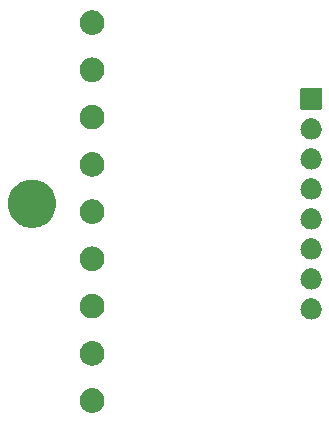
<source format=gbr>
G04 #@! TF.GenerationSoftware,KiCad,Pcbnew,8.0.2*
G04 #@! TF.CreationDate,2024-05-26T13:34:17+02:00*
G04 #@! TF.ProjectId,Playstation 2 breakout,506c6179-7374-4617-9469-6f6e20322062,rev?*
G04 #@! TF.SameCoordinates,Original*
G04 #@! TF.FileFunction,Soldermask,Top*
G04 #@! TF.FilePolarity,Negative*
%FSLAX46Y46*%
G04 Gerber Fmt 4.6, Leading zero omitted, Abs format (unit mm)*
G04 Created by KiCad (PCBNEW 8.0.2) date 2024-05-26 13:34:17*
%MOMM*%
%LPD*%
G01*
G04 APERTURE LIST*
G04 APERTURE END LIST*
G36*
X156512938Y-97083642D02*
G01*
X156558923Y-97083642D01*
X156610139Y-97093215D01*
X156667040Y-97098820D01*
X156710261Y-97111931D01*
X156749474Y-97119261D01*
X156803785Y-97140301D01*
X156864200Y-97158628D01*
X156898720Y-97177079D01*
X156930232Y-97189287D01*
X156984977Y-97223184D01*
X157045904Y-97255750D01*
X157071506Y-97276761D01*
X157095048Y-97291338D01*
X157147212Y-97338892D01*
X157205169Y-97386456D01*
X157222342Y-97407382D01*
X157238301Y-97421930D01*
X157284629Y-97483278D01*
X157335875Y-97545721D01*
X157345783Y-97564259D01*
X157355122Y-97576625D01*
X157392274Y-97651238D01*
X157432997Y-97727425D01*
X157437340Y-97741742D01*
X157441528Y-97750153D01*
X157466267Y-97837101D01*
X157492805Y-97924585D01*
X157493676Y-97933436D01*
X157494577Y-97936600D01*
X157503938Y-98037627D01*
X157513000Y-98129625D01*
X157503938Y-98221630D01*
X157494577Y-98322649D01*
X157493676Y-98325812D01*
X157492805Y-98334665D01*
X157466262Y-98422163D01*
X157441528Y-98509096D01*
X157437341Y-98517504D01*
X157432997Y-98531825D01*
X157392267Y-98608024D01*
X157355122Y-98682624D01*
X157345785Y-98694987D01*
X157335875Y-98713529D01*
X157284620Y-98775982D01*
X157238301Y-98837319D01*
X157222345Y-98851863D01*
X157205169Y-98872794D01*
X157147201Y-98920366D01*
X157095048Y-98967911D01*
X157071511Y-98982484D01*
X157045904Y-99003500D01*
X156984965Y-99036072D01*
X156930232Y-99069962D01*
X156898726Y-99082167D01*
X156864200Y-99100622D01*
X156803773Y-99118952D01*
X156749474Y-99139988D01*
X156710268Y-99147316D01*
X156667040Y-99160430D01*
X156610136Y-99166034D01*
X156558923Y-99175608D01*
X156512938Y-99175608D01*
X156462000Y-99180625D01*
X156411062Y-99175608D01*
X156365077Y-99175608D01*
X156313863Y-99166034D01*
X156256960Y-99160430D01*
X156213732Y-99147317D01*
X156174525Y-99139988D01*
X156120221Y-99118950D01*
X156059800Y-99100622D01*
X156025275Y-99082168D01*
X155993767Y-99069962D01*
X155939027Y-99036068D01*
X155878096Y-99003500D01*
X155852491Y-98982486D01*
X155828951Y-98967911D01*
X155776788Y-98920358D01*
X155718831Y-98872794D01*
X155701656Y-98851867D01*
X155685698Y-98837319D01*
X155639367Y-98775967D01*
X155588125Y-98713529D01*
X155578216Y-98694991D01*
X155568877Y-98682624D01*
X155531717Y-98607997D01*
X155491003Y-98531825D01*
X155486660Y-98517509D01*
X155482471Y-98509096D01*
X155457721Y-98422110D01*
X155431195Y-98334665D01*
X155430323Y-98325817D01*
X155429422Y-98322649D01*
X155420044Y-98221458D01*
X155411000Y-98129625D01*
X155420044Y-98037798D01*
X155429422Y-97936600D01*
X155430323Y-97933430D01*
X155431195Y-97924585D01*
X155457716Y-97837154D01*
X155482471Y-97750153D01*
X155486661Y-97741737D01*
X155491003Y-97727425D01*
X155531710Y-97651266D01*
X155568877Y-97576625D01*
X155578218Y-97564254D01*
X155588125Y-97545721D01*
X155639357Y-97483293D01*
X155685698Y-97421930D01*
X155701660Y-97407378D01*
X155718831Y-97386456D01*
X155776777Y-97338900D01*
X155828951Y-97291338D01*
X155852496Y-97276759D01*
X155878096Y-97255750D01*
X155939015Y-97223188D01*
X155993767Y-97189287D01*
X156025282Y-97177077D01*
X156059800Y-97158628D01*
X156120209Y-97140302D01*
X156174525Y-97119261D01*
X156213739Y-97111930D01*
X156256960Y-97098820D01*
X156313860Y-97093215D01*
X156365077Y-97083642D01*
X156411062Y-97083642D01*
X156462000Y-97078625D01*
X156512938Y-97083642D01*
G37*
G36*
X156512938Y-93083642D02*
G01*
X156558923Y-93083642D01*
X156610139Y-93093215D01*
X156667040Y-93098820D01*
X156710261Y-93111931D01*
X156749474Y-93119261D01*
X156803785Y-93140301D01*
X156864200Y-93158628D01*
X156898720Y-93177079D01*
X156930232Y-93189287D01*
X156984977Y-93223184D01*
X157045904Y-93255750D01*
X157071506Y-93276761D01*
X157095048Y-93291338D01*
X157147212Y-93338892D01*
X157205169Y-93386456D01*
X157222342Y-93407382D01*
X157238301Y-93421930D01*
X157284629Y-93483278D01*
X157335875Y-93545721D01*
X157345783Y-93564259D01*
X157355122Y-93576625D01*
X157392274Y-93651238D01*
X157432997Y-93727425D01*
X157437340Y-93741742D01*
X157441528Y-93750153D01*
X157466267Y-93837101D01*
X157492805Y-93924585D01*
X157493676Y-93933436D01*
X157494577Y-93936600D01*
X157503938Y-94037627D01*
X157513000Y-94129625D01*
X157503938Y-94221630D01*
X157494577Y-94322649D01*
X157493676Y-94325812D01*
X157492805Y-94334665D01*
X157466262Y-94422163D01*
X157441528Y-94509096D01*
X157437341Y-94517504D01*
X157432997Y-94531825D01*
X157392267Y-94608024D01*
X157355122Y-94682624D01*
X157345785Y-94694987D01*
X157335875Y-94713529D01*
X157284620Y-94775982D01*
X157238301Y-94837319D01*
X157222345Y-94851863D01*
X157205169Y-94872794D01*
X157147201Y-94920366D01*
X157095048Y-94967911D01*
X157071511Y-94982484D01*
X157045904Y-95003500D01*
X156984965Y-95036072D01*
X156930232Y-95069962D01*
X156898726Y-95082167D01*
X156864200Y-95100622D01*
X156803773Y-95118952D01*
X156749474Y-95139988D01*
X156710268Y-95147316D01*
X156667040Y-95160430D01*
X156610136Y-95166034D01*
X156558923Y-95175608D01*
X156512938Y-95175608D01*
X156462000Y-95180625D01*
X156411062Y-95175608D01*
X156365077Y-95175608D01*
X156313863Y-95166034D01*
X156256960Y-95160430D01*
X156213732Y-95147317D01*
X156174525Y-95139988D01*
X156120221Y-95118950D01*
X156059800Y-95100622D01*
X156025275Y-95082168D01*
X155993767Y-95069962D01*
X155939027Y-95036068D01*
X155878096Y-95003500D01*
X155852491Y-94982486D01*
X155828951Y-94967911D01*
X155776788Y-94920358D01*
X155718831Y-94872794D01*
X155701656Y-94851867D01*
X155685698Y-94837319D01*
X155639367Y-94775967D01*
X155588125Y-94713529D01*
X155578216Y-94694991D01*
X155568877Y-94682624D01*
X155531717Y-94607997D01*
X155491003Y-94531825D01*
X155486660Y-94517509D01*
X155482471Y-94509096D01*
X155457721Y-94422110D01*
X155431195Y-94334665D01*
X155430323Y-94325817D01*
X155429422Y-94322649D01*
X155420044Y-94221458D01*
X155411000Y-94129625D01*
X155420044Y-94037798D01*
X155429422Y-93936600D01*
X155430323Y-93933430D01*
X155431195Y-93924585D01*
X155457716Y-93837154D01*
X155482471Y-93750153D01*
X155486661Y-93741737D01*
X155491003Y-93727425D01*
X155531710Y-93651266D01*
X155568877Y-93576625D01*
X155578218Y-93564254D01*
X155588125Y-93545721D01*
X155639357Y-93483293D01*
X155685698Y-93421930D01*
X155701660Y-93407378D01*
X155718831Y-93386456D01*
X155776777Y-93338900D01*
X155828951Y-93291338D01*
X155852496Y-93276759D01*
X155878096Y-93255750D01*
X155939015Y-93223188D01*
X155993767Y-93189287D01*
X156025282Y-93177077D01*
X156059800Y-93158628D01*
X156120209Y-93140302D01*
X156174525Y-93119261D01*
X156213739Y-93111930D01*
X156256960Y-93098820D01*
X156313860Y-93093215D01*
X156365077Y-93083642D01*
X156411062Y-93083642D01*
X156462000Y-93078625D01*
X156512938Y-93083642D01*
G37*
G36*
X175047983Y-89476936D02*
G01*
X175098180Y-89476936D01*
X175141524Y-89486149D01*
X175179659Y-89489905D01*
X175227566Y-89504437D01*
X175282424Y-89516098D01*
X175317530Y-89531728D01*
X175348566Y-89541143D01*
X175397884Y-89567504D01*
X175454500Y-89592711D01*
X175480822Y-89611835D01*
X175504232Y-89624348D01*
X175551988Y-89663540D01*
X175606887Y-89703427D01*
X175624711Y-89723223D01*
X175640675Y-89736324D01*
X175683572Y-89788594D01*
X175732924Y-89843405D01*
X175743292Y-89861363D01*
X175752651Y-89872767D01*
X175787273Y-89937542D01*
X175827104Y-90006530D01*
X175831685Y-90020630D01*
X175835856Y-90028433D01*
X175858852Y-90104242D01*
X175885311Y-90185672D01*
X175886242Y-90194532D01*
X175887094Y-90197340D01*
X175895384Y-90281513D01*
X175905000Y-90373000D01*
X175895383Y-90464494D01*
X175887094Y-90548659D01*
X175886242Y-90551466D01*
X175885311Y-90560328D01*
X175858848Y-90641771D01*
X175835856Y-90717566D01*
X175831686Y-90725366D01*
X175827104Y-90739470D01*
X175787266Y-90808470D01*
X175752651Y-90873232D01*
X175743294Y-90884633D01*
X175732924Y-90902595D01*
X175683563Y-90957415D01*
X175640675Y-91009675D01*
X175624714Y-91022773D01*
X175606887Y-91042573D01*
X175551977Y-91082467D01*
X175504232Y-91121651D01*
X175480827Y-91134161D01*
X175454500Y-91153289D01*
X175397873Y-91178500D01*
X175348566Y-91204856D01*
X175317537Y-91214268D01*
X175282424Y-91229902D01*
X175227555Y-91241564D01*
X175179659Y-91256094D01*
X175141532Y-91259849D01*
X175098180Y-91269064D01*
X175047973Y-91269064D01*
X175004000Y-91273395D01*
X174960027Y-91269064D01*
X174909820Y-91269064D01*
X174866467Y-91259849D01*
X174828340Y-91256094D01*
X174780441Y-91241563D01*
X174725576Y-91229902D01*
X174690464Y-91214269D01*
X174659433Y-91204856D01*
X174610120Y-91178498D01*
X174553500Y-91153289D01*
X174527175Y-91134163D01*
X174503767Y-91121651D01*
X174456013Y-91082460D01*
X174401113Y-91042573D01*
X174383287Y-91022776D01*
X174367324Y-91009675D01*
X174324425Y-90957402D01*
X174275076Y-90902595D01*
X174264708Y-90884637D01*
X174255348Y-90873232D01*
X174220719Y-90808447D01*
X174180896Y-90739470D01*
X174176315Y-90725371D01*
X174172143Y-90717566D01*
X174149136Y-90641725D01*
X174122689Y-90560328D01*
X174121758Y-90551471D01*
X174120905Y-90548659D01*
X174112600Y-90464342D01*
X174103000Y-90373000D01*
X174112599Y-90281664D01*
X174120905Y-90197340D01*
X174121758Y-90194527D01*
X174122689Y-90185672D01*
X174149132Y-90104288D01*
X174172143Y-90028433D01*
X174176315Y-90020626D01*
X174180896Y-90006530D01*
X174220712Y-89937565D01*
X174255348Y-89872767D01*
X174264710Y-89861359D01*
X174275076Y-89843405D01*
X174324416Y-89788607D01*
X174367324Y-89736324D01*
X174383291Y-89723219D01*
X174401113Y-89703427D01*
X174456002Y-89663546D01*
X174503767Y-89624348D01*
X174527180Y-89611833D01*
X174553500Y-89592711D01*
X174610109Y-89567506D01*
X174659433Y-89541143D01*
X174690471Y-89531727D01*
X174725576Y-89516098D01*
X174780430Y-89504438D01*
X174828340Y-89489905D01*
X174866476Y-89486148D01*
X174909820Y-89476936D01*
X174960016Y-89476936D01*
X175004000Y-89472604D01*
X175047983Y-89476936D01*
G37*
G36*
X156512938Y-89083642D02*
G01*
X156558923Y-89083642D01*
X156610139Y-89093215D01*
X156667040Y-89098820D01*
X156710261Y-89111931D01*
X156749474Y-89119261D01*
X156803785Y-89140301D01*
X156864200Y-89158628D01*
X156898720Y-89177079D01*
X156930232Y-89189287D01*
X156984977Y-89223184D01*
X157045904Y-89255750D01*
X157071506Y-89276761D01*
X157095048Y-89291338D01*
X157147212Y-89338892D01*
X157205169Y-89386456D01*
X157222342Y-89407382D01*
X157238301Y-89421930D01*
X157284629Y-89483278D01*
X157335875Y-89545721D01*
X157345783Y-89564259D01*
X157355122Y-89576625D01*
X157392274Y-89651238D01*
X157432997Y-89727425D01*
X157437340Y-89741742D01*
X157441528Y-89750153D01*
X157466267Y-89837101D01*
X157492805Y-89924585D01*
X157493676Y-89933436D01*
X157494577Y-89936600D01*
X157503938Y-90037627D01*
X157513000Y-90129625D01*
X157503938Y-90221630D01*
X157494577Y-90322649D01*
X157493676Y-90325812D01*
X157492805Y-90334665D01*
X157466262Y-90422163D01*
X157441528Y-90509096D01*
X157437341Y-90517504D01*
X157432997Y-90531825D01*
X157392267Y-90608024D01*
X157355122Y-90682624D01*
X157345785Y-90694987D01*
X157335875Y-90713529D01*
X157284620Y-90775982D01*
X157238301Y-90837319D01*
X157222345Y-90851863D01*
X157205169Y-90872794D01*
X157147201Y-90920366D01*
X157095048Y-90967911D01*
X157071511Y-90982484D01*
X157045904Y-91003500D01*
X156984965Y-91036072D01*
X156930232Y-91069962D01*
X156898726Y-91082167D01*
X156864200Y-91100622D01*
X156803773Y-91118952D01*
X156749474Y-91139988D01*
X156710268Y-91147316D01*
X156667040Y-91160430D01*
X156610136Y-91166034D01*
X156558923Y-91175608D01*
X156512938Y-91175608D01*
X156462000Y-91180625D01*
X156411062Y-91175608D01*
X156365077Y-91175608D01*
X156313863Y-91166034D01*
X156256960Y-91160430D01*
X156213732Y-91147317D01*
X156174525Y-91139988D01*
X156120221Y-91118950D01*
X156059800Y-91100622D01*
X156025275Y-91082168D01*
X155993767Y-91069962D01*
X155939027Y-91036068D01*
X155878096Y-91003500D01*
X155852491Y-90982486D01*
X155828951Y-90967911D01*
X155776788Y-90920358D01*
X155718831Y-90872794D01*
X155701656Y-90851867D01*
X155685698Y-90837319D01*
X155639367Y-90775967D01*
X155588125Y-90713529D01*
X155578216Y-90694991D01*
X155568877Y-90682624D01*
X155531717Y-90607997D01*
X155491003Y-90531825D01*
X155486660Y-90517509D01*
X155482471Y-90509096D01*
X155457721Y-90422110D01*
X155431195Y-90334665D01*
X155430323Y-90325817D01*
X155429422Y-90322649D01*
X155420044Y-90221458D01*
X155411000Y-90129625D01*
X155420044Y-90037798D01*
X155429422Y-89936600D01*
X155430323Y-89933430D01*
X155431195Y-89924585D01*
X155457716Y-89837154D01*
X155482471Y-89750153D01*
X155486661Y-89741737D01*
X155491003Y-89727425D01*
X155531710Y-89651266D01*
X155568877Y-89576625D01*
X155578218Y-89564254D01*
X155588125Y-89545721D01*
X155639357Y-89483293D01*
X155685698Y-89421930D01*
X155701660Y-89407378D01*
X155718831Y-89386456D01*
X155776777Y-89338900D01*
X155828951Y-89291338D01*
X155852496Y-89276759D01*
X155878096Y-89255750D01*
X155939015Y-89223188D01*
X155993767Y-89189287D01*
X156025282Y-89177077D01*
X156059800Y-89158628D01*
X156120209Y-89140302D01*
X156174525Y-89119261D01*
X156213739Y-89111930D01*
X156256960Y-89098820D01*
X156313860Y-89093215D01*
X156365077Y-89083642D01*
X156411062Y-89083642D01*
X156462000Y-89078625D01*
X156512938Y-89083642D01*
G37*
G36*
X175047983Y-86936936D02*
G01*
X175098180Y-86936936D01*
X175141524Y-86946149D01*
X175179659Y-86949905D01*
X175227566Y-86964437D01*
X175282424Y-86976098D01*
X175317530Y-86991728D01*
X175348566Y-87001143D01*
X175397884Y-87027504D01*
X175454500Y-87052711D01*
X175480822Y-87071835D01*
X175504232Y-87084348D01*
X175551988Y-87123540D01*
X175606887Y-87163427D01*
X175624711Y-87183223D01*
X175640675Y-87196324D01*
X175683572Y-87248594D01*
X175732924Y-87303405D01*
X175743292Y-87321363D01*
X175752651Y-87332767D01*
X175787273Y-87397542D01*
X175827104Y-87466530D01*
X175831685Y-87480630D01*
X175835856Y-87488433D01*
X175858852Y-87564242D01*
X175885311Y-87645672D01*
X175886242Y-87654532D01*
X175887094Y-87657340D01*
X175895384Y-87741513D01*
X175905000Y-87833000D01*
X175895383Y-87924494D01*
X175887094Y-88008659D01*
X175886242Y-88011466D01*
X175885311Y-88020328D01*
X175858848Y-88101771D01*
X175835856Y-88177566D01*
X175831686Y-88185366D01*
X175827104Y-88199470D01*
X175787266Y-88268470D01*
X175752651Y-88333232D01*
X175743294Y-88344633D01*
X175732924Y-88362595D01*
X175683563Y-88417415D01*
X175640675Y-88469675D01*
X175624714Y-88482773D01*
X175606887Y-88502573D01*
X175551977Y-88542467D01*
X175504232Y-88581651D01*
X175480827Y-88594161D01*
X175454500Y-88613289D01*
X175397873Y-88638500D01*
X175348566Y-88664856D01*
X175317537Y-88674268D01*
X175282424Y-88689902D01*
X175227555Y-88701564D01*
X175179659Y-88716094D01*
X175141532Y-88719849D01*
X175098180Y-88729064D01*
X175047973Y-88729064D01*
X175004000Y-88733395D01*
X174960027Y-88729064D01*
X174909820Y-88729064D01*
X174866467Y-88719849D01*
X174828340Y-88716094D01*
X174780441Y-88701563D01*
X174725576Y-88689902D01*
X174690464Y-88674269D01*
X174659433Y-88664856D01*
X174610120Y-88638498D01*
X174553500Y-88613289D01*
X174527175Y-88594163D01*
X174503767Y-88581651D01*
X174456013Y-88542460D01*
X174401113Y-88502573D01*
X174383287Y-88482776D01*
X174367324Y-88469675D01*
X174324425Y-88417402D01*
X174275076Y-88362595D01*
X174264708Y-88344637D01*
X174255348Y-88333232D01*
X174220719Y-88268447D01*
X174180896Y-88199470D01*
X174176315Y-88185371D01*
X174172143Y-88177566D01*
X174149136Y-88101725D01*
X174122689Y-88020328D01*
X174121758Y-88011471D01*
X174120905Y-88008659D01*
X174112600Y-87924342D01*
X174103000Y-87833000D01*
X174112599Y-87741664D01*
X174120905Y-87657340D01*
X174121758Y-87654527D01*
X174122689Y-87645672D01*
X174149132Y-87564288D01*
X174172143Y-87488433D01*
X174176315Y-87480626D01*
X174180896Y-87466530D01*
X174220712Y-87397565D01*
X174255348Y-87332767D01*
X174264710Y-87321359D01*
X174275076Y-87303405D01*
X174324416Y-87248607D01*
X174367324Y-87196324D01*
X174383291Y-87183219D01*
X174401113Y-87163427D01*
X174456002Y-87123546D01*
X174503767Y-87084348D01*
X174527180Y-87071833D01*
X174553500Y-87052711D01*
X174610109Y-87027506D01*
X174659433Y-87001143D01*
X174690471Y-86991727D01*
X174725576Y-86976098D01*
X174780430Y-86964438D01*
X174828340Y-86949905D01*
X174866476Y-86946148D01*
X174909820Y-86936936D01*
X174960016Y-86936936D01*
X175004000Y-86932604D01*
X175047983Y-86936936D01*
G37*
G36*
X156512938Y-85083642D02*
G01*
X156558923Y-85083642D01*
X156610139Y-85093215D01*
X156667040Y-85098820D01*
X156710261Y-85111931D01*
X156749474Y-85119261D01*
X156803785Y-85140301D01*
X156864200Y-85158628D01*
X156898720Y-85177079D01*
X156930232Y-85189287D01*
X156984977Y-85223184D01*
X157045904Y-85255750D01*
X157071506Y-85276761D01*
X157095048Y-85291338D01*
X157147212Y-85338892D01*
X157205169Y-85386456D01*
X157222342Y-85407382D01*
X157238301Y-85421930D01*
X157284629Y-85483278D01*
X157335875Y-85545721D01*
X157345783Y-85564259D01*
X157355122Y-85576625D01*
X157392274Y-85651238D01*
X157432997Y-85727425D01*
X157437340Y-85741742D01*
X157441528Y-85750153D01*
X157466267Y-85837101D01*
X157492805Y-85924585D01*
X157493676Y-85933436D01*
X157494577Y-85936600D01*
X157503938Y-86037627D01*
X157513000Y-86129625D01*
X157503938Y-86221630D01*
X157494577Y-86322649D01*
X157493676Y-86325812D01*
X157492805Y-86334665D01*
X157466262Y-86422163D01*
X157441528Y-86509096D01*
X157437341Y-86517504D01*
X157432997Y-86531825D01*
X157392267Y-86608024D01*
X157355122Y-86682624D01*
X157345785Y-86694987D01*
X157335875Y-86713529D01*
X157284620Y-86775982D01*
X157238301Y-86837319D01*
X157222345Y-86851863D01*
X157205169Y-86872794D01*
X157147201Y-86920366D01*
X157095048Y-86967911D01*
X157071511Y-86982484D01*
X157045904Y-87003500D01*
X156984965Y-87036072D01*
X156930232Y-87069962D01*
X156898726Y-87082167D01*
X156864200Y-87100622D01*
X156803773Y-87118952D01*
X156749474Y-87139988D01*
X156710268Y-87147316D01*
X156667040Y-87160430D01*
X156610136Y-87166034D01*
X156558923Y-87175608D01*
X156512938Y-87175608D01*
X156462000Y-87180625D01*
X156411062Y-87175608D01*
X156365077Y-87175608D01*
X156313863Y-87166034D01*
X156256960Y-87160430D01*
X156213732Y-87147317D01*
X156174525Y-87139988D01*
X156120221Y-87118950D01*
X156059800Y-87100622D01*
X156025275Y-87082168D01*
X155993767Y-87069962D01*
X155939027Y-87036068D01*
X155878096Y-87003500D01*
X155852491Y-86982486D01*
X155828951Y-86967911D01*
X155776788Y-86920358D01*
X155718831Y-86872794D01*
X155701656Y-86851867D01*
X155685698Y-86837319D01*
X155639367Y-86775967D01*
X155588125Y-86713529D01*
X155578216Y-86694991D01*
X155568877Y-86682624D01*
X155531717Y-86607997D01*
X155491003Y-86531825D01*
X155486660Y-86517509D01*
X155482471Y-86509096D01*
X155457721Y-86422110D01*
X155431195Y-86334665D01*
X155430323Y-86325817D01*
X155429422Y-86322649D01*
X155420044Y-86221458D01*
X155411000Y-86129625D01*
X155420044Y-86037798D01*
X155429422Y-85936600D01*
X155430323Y-85933430D01*
X155431195Y-85924585D01*
X155457716Y-85837154D01*
X155482471Y-85750153D01*
X155486661Y-85741737D01*
X155491003Y-85727425D01*
X155531710Y-85651266D01*
X155568877Y-85576625D01*
X155578218Y-85564254D01*
X155588125Y-85545721D01*
X155639357Y-85483293D01*
X155685698Y-85421930D01*
X155701660Y-85407378D01*
X155718831Y-85386456D01*
X155776777Y-85338900D01*
X155828951Y-85291338D01*
X155852496Y-85276759D01*
X155878096Y-85255750D01*
X155939015Y-85223188D01*
X155993767Y-85189287D01*
X156025282Y-85177077D01*
X156059800Y-85158628D01*
X156120209Y-85140302D01*
X156174525Y-85119261D01*
X156213739Y-85111930D01*
X156256960Y-85098820D01*
X156313860Y-85093215D01*
X156365077Y-85083642D01*
X156411062Y-85083642D01*
X156462000Y-85078625D01*
X156512938Y-85083642D01*
G37*
G36*
X175047983Y-84396936D02*
G01*
X175098180Y-84396936D01*
X175141524Y-84406149D01*
X175179659Y-84409905D01*
X175227566Y-84424437D01*
X175282424Y-84436098D01*
X175317530Y-84451728D01*
X175348566Y-84461143D01*
X175397884Y-84487504D01*
X175454500Y-84512711D01*
X175480822Y-84531835D01*
X175504232Y-84544348D01*
X175551988Y-84583540D01*
X175606887Y-84623427D01*
X175624711Y-84643223D01*
X175640675Y-84656324D01*
X175683572Y-84708594D01*
X175732924Y-84763405D01*
X175743292Y-84781363D01*
X175752651Y-84792767D01*
X175787273Y-84857542D01*
X175827104Y-84926530D01*
X175831685Y-84940630D01*
X175835856Y-84948433D01*
X175858852Y-85024242D01*
X175885311Y-85105672D01*
X175886242Y-85114532D01*
X175887094Y-85117340D01*
X175895384Y-85201513D01*
X175905000Y-85293000D01*
X175895383Y-85384494D01*
X175887094Y-85468659D01*
X175886242Y-85471466D01*
X175885311Y-85480328D01*
X175858848Y-85561771D01*
X175835856Y-85637566D01*
X175831686Y-85645366D01*
X175827104Y-85659470D01*
X175787266Y-85728470D01*
X175752651Y-85793232D01*
X175743294Y-85804633D01*
X175732924Y-85822595D01*
X175683563Y-85877415D01*
X175640675Y-85929675D01*
X175624714Y-85942773D01*
X175606887Y-85962573D01*
X175551977Y-86002467D01*
X175504232Y-86041651D01*
X175480827Y-86054161D01*
X175454500Y-86073289D01*
X175397873Y-86098500D01*
X175348566Y-86124856D01*
X175317537Y-86134268D01*
X175282424Y-86149902D01*
X175227555Y-86161564D01*
X175179659Y-86176094D01*
X175141532Y-86179849D01*
X175098180Y-86189064D01*
X175047973Y-86189064D01*
X175004000Y-86193395D01*
X174960027Y-86189064D01*
X174909820Y-86189064D01*
X174866467Y-86179849D01*
X174828340Y-86176094D01*
X174780441Y-86161563D01*
X174725576Y-86149902D01*
X174690464Y-86134269D01*
X174659433Y-86124856D01*
X174610120Y-86098498D01*
X174553500Y-86073289D01*
X174527175Y-86054163D01*
X174503767Y-86041651D01*
X174456013Y-86002460D01*
X174401113Y-85962573D01*
X174383287Y-85942776D01*
X174367324Y-85929675D01*
X174324425Y-85877402D01*
X174275076Y-85822595D01*
X174264708Y-85804637D01*
X174255348Y-85793232D01*
X174220719Y-85728447D01*
X174180896Y-85659470D01*
X174176315Y-85645371D01*
X174172143Y-85637566D01*
X174149136Y-85561725D01*
X174122689Y-85480328D01*
X174121758Y-85471471D01*
X174120905Y-85468659D01*
X174112600Y-85384342D01*
X174103000Y-85293000D01*
X174112599Y-85201664D01*
X174120905Y-85117340D01*
X174121758Y-85114527D01*
X174122689Y-85105672D01*
X174149132Y-85024288D01*
X174172143Y-84948433D01*
X174176315Y-84940626D01*
X174180896Y-84926530D01*
X174220712Y-84857565D01*
X174255348Y-84792767D01*
X174264710Y-84781359D01*
X174275076Y-84763405D01*
X174324416Y-84708607D01*
X174367324Y-84656324D01*
X174383291Y-84643219D01*
X174401113Y-84623427D01*
X174456002Y-84583546D01*
X174503767Y-84544348D01*
X174527180Y-84531833D01*
X174553500Y-84512711D01*
X174610109Y-84487506D01*
X174659433Y-84461143D01*
X174690471Y-84451727D01*
X174725576Y-84436098D01*
X174780430Y-84424438D01*
X174828340Y-84409905D01*
X174866476Y-84406148D01*
X174909820Y-84396936D01*
X174960016Y-84396936D01*
X175004000Y-84392604D01*
X175047983Y-84396936D01*
G37*
G36*
X175047983Y-81856936D02*
G01*
X175098180Y-81856936D01*
X175141524Y-81866149D01*
X175179659Y-81869905D01*
X175227566Y-81884437D01*
X175282424Y-81896098D01*
X175317530Y-81911728D01*
X175348566Y-81921143D01*
X175397884Y-81947504D01*
X175454500Y-81972711D01*
X175480822Y-81991835D01*
X175504232Y-82004348D01*
X175551988Y-82043540D01*
X175606887Y-82083427D01*
X175624711Y-82103223D01*
X175640675Y-82116324D01*
X175683572Y-82168594D01*
X175732924Y-82223405D01*
X175743292Y-82241363D01*
X175752651Y-82252767D01*
X175787273Y-82317542D01*
X175827104Y-82386530D01*
X175831685Y-82400630D01*
X175835856Y-82408433D01*
X175858852Y-82484242D01*
X175885311Y-82565672D01*
X175886242Y-82574532D01*
X175887094Y-82577340D01*
X175895384Y-82661513D01*
X175905000Y-82753000D01*
X175895383Y-82844494D01*
X175887094Y-82928659D01*
X175886242Y-82931466D01*
X175885311Y-82940328D01*
X175858848Y-83021771D01*
X175835856Y-83097566D01*
X175831686Y-83105366D01*
X175827104Y-83119470D01*
X175787266Y-83188470D01*
X175752651Y-83253232D01*
X175743294Y-83264633D01*
X175732924Y-83282595D01*
X175683563Y-83337415D01*
X175640675Y-83389675D01*
X175624714Y-83402773D01*
X175606887Y-83422573D01*
X175551977Y-83462467D01*
X175504232Y-83501651D01*
X175480827Y-83514161D01*
X175454500Y-83533289D01*
X175397873Y-83558500D01*
X175348566Y-83584856D01*
X175317537Y-83594268D01*
X175282424Y-83609902D01*
X175227555Y-83621564D01*
X175179659Y-83636094D01*
X175141532Y-83639849D01*
X175098180Y-83649064D01*
X175047973Y-83649064D01*
X175004000Y-83653395D01*
X174960027Y-83649064D01*
X174909820Y-83649064D01*
X174866467Y-83639849D01*
X174828340Y-83636094D01*
X174780441Y-83621563D01*
X174725576Y-83609902D01*
X174690464Y-83594269D01*
X174659433Y-83584856D01*
X174610120Y-83558498D01*
X174553500Y-83533289D01*
X174527175Y-83514163D01*
X174503767Y-83501651D01*
X174456013Y-83462460D01*
X174401113Y-83422573D01*
X174383287Y-83402776D01*
X174367324Y-83389675D01*
X174324425Y-83337402D01*
X174275076Y-83282595D01*
X174264708Y-83264637D01*
X174255348Y-83253232D01*
X174220719Y-83188447D01*
X174180896Y-83119470D01*
X174176315Y-83105371D01*
X174172143Y-83097566D01*
X174149136Y-83021725D01*
X174122689Y-82940328D01*
X174121758Y-82931471D01*
X174120905Y-82928659D01*
X174112600Y-82844342D01*
X174103000Y-82753000D01*
X174112599Y-82661664D01*
X174120905Y-82577340D01*
X174121758Y-82574527D01*
X174122689Y-82565672D01*
X174149132Y-82484288D01*
X174172143Y-82408433D01*
X174176315Y-82400626D01*
X174180896Y-82386530D01*
X174220712Y-82317565D01*
X174255348Y-82252767D01*
X174264710Y-82241359D01*
X174275076Y-82223405D01*
X174324416Y-82168607D01*
X174367324Y-82116324D01*
X174383291Y-82103219D01*
X174401113Y-82083427D01*
X174456002Y-82043546D01*
X174503767Y-82004348D01*
X174527180Y-81991833D01*
X174553500Y-81972711D01*
X174610109Y-81947506D01*
X174659433Y-81921143D01*
X174690471Y-81911727D01*
X174725576Y-81896098D01*
X174780430Y-81884438D01*
X174828340Y-81869905D01*
X174866476Y-81866148D01*
X174909820Y-81856936D01*
X174960016Y-81856936D01*
X175004000Y-81852604D01*
X175047983Y-81856936D01*
G37*
G36*
X151801288Y-79459899D02*
G01*
X152070838Y-79535423D01*
X152327593Y-79646947D01*
X152566771Y-79792395D01*
X152783916Y-79969055D01*
X152974984Y-80173639D01*
X153136414Y-80402333D01*
X153265200Y-80650879D01*
X153358943Y-80914647D01*
X153415897Y-81188722D01*
X153435000Y-81468000D01*
X153415897Y-81747278D01*
X153358943Y-82021353D01*
X153265200Y-82285121D01*
X153136414Y-82533667D01*
X152974984Y-82762361D01*
X152783916Y-82966945D01*
X152566771Y-83143605D01*
X152327593Y-83289053D01*
X152070838Y-83400577D01*
X151801288Y-83476101D01*
X151523965Y-83514219D01*
X151244035Y-83514219D01*
X150966712Y-83476101D01*
X150697162Y-83400577D01*
X150440407Y-83289053D01*
X150201229Y-83143605D01*
X149984084Y-82966945D01*
X149793016Y-82762361D01*
X149631586Y-82533667D01*
X149502800Y-82285121D01*
X149409057Y-82021353D01*
X149352103Y-81747278D01*
X149333000Y-81468000D01*
X149352103Y-81188722D01*
X149409057Y-80914647D01*
X149502800Y-80650879D01*
X149631586Y-80402333D01*
X149793016Y-80173639D01*
X149984084Y-79969055D01*
X150201229Y-79792395D01*
X150440407Y-79646947D01*
X150697162Y-79535423D01*
X150966712Y-79459899D01*
X151244035Y-79421781D01*
X151523965Y-79421781D01*
X151801288Y-79459899D01*
G37*
G36*
X156512938Y-81083642D02*
G01*
X156558923Y-81083642D01*
X156610139Y-81093215D01*
X156667040Y-81098820D01*
X156710261Y-81111931D01*
X156749474Y-81119261D01*
X156803785Y-81140301D01*
X156864200Y-81158628D01*
X156898720Y-81177079D01*
X156930232Y-81189287D01*
X156984977Y-81223184D01*
X157045904Y-81255750D01*
X157071506Y-81276761D01*
X157095048Y-81291338D01*
X157147212Y-81338892D01*
X157205169Y-81386456D01*
X157222342Y-81407382D01*
X157238301Y-81421930D01*
X157284629Y-81483278D01*
X157335875Y-81545721D01*
X157345783Y-81564259D01*
X157355122Y-81576625D01*
X157392274Y-81651238D01*
X157432997Y-81727425D01*
X157437340Y-81741742D01*
X157441528Y-81750153D01*
X157466267Y-81837101D01*
X157492805Y-81924585D01*
X157493676Y-81933436D01*
X157494577Y-81936600D01*
X157503938Y-82037627D01*
X157513000Y-82129625D01*
X157503938Y-82221630D01*
X157494577Y-82322649D01*
X157493676Y-82325812D01*
X157492805Y-82334665D01*
X157466262Y-82422163D01*
X157441528Y-82509096D01*
X157437341Y-82517504D01*
X157432997Y-82531825D01*
X157392267Y-82608024D01*
X157355122Y-82682624D01*
X157345785Y-82694987D01*
X157335875Y-82713529D01*
X157284620Y-82775982D01*
X157238301Y-82837319D01*
X157222345Y-82851863D01*
X157205169Y-82872794D01*
X157147201Y-82920366D01*
X157095048Y-82967911D01*
X157071511Y-82982484D01*
X157045904Y-83003500D01*
X156984965Y-83036072D01*
X156930232Y-83069962D01*
X156898726Y-83082167D01*
X156864200Y-83100622D01*
X156803773Y-83118952D01*
X156749474Y-83139988D01*
X156710268Y-83147316D01*
X156667040Y-83160430D01*
X156610136Y-83166034D01*
X156558923Y-83175608D01*
X156512938Y-83175608D01*
X156462000Y-83180625D01*
X156411062Y-83175608D01*
X156365077Y-83175608D01*
X156313863Y-83166034D01*
X156256960Y-83160430D01*
X156213732Y-83147317D01*
X156174525Y-83139988D01*
X156120221Y-83118950D01*
X156059800Y-83100622D01*
X156025275Y-83082168D01*
X155993767Y-83069962D01*
X155939027Y-83036068D01*
X155878096Y-83003500D01*
X155852491Y-82982486D01*
X155828951Y-82967911D01*
X155776788Y-82920358D01*
X155718831Y-82872794D01*
X155701656Y-82851867D01*
X155685698Y-82837319D01*
X155639367Y-82775967D01*
X155588125Y-82713529D01*
X155578216Y-82694991D01*
X155568877Y-82682624D01*
X155531717Y-82607997D01*
X155491003Y-82531825D01*
X155486660Y-82517509D01*
X155482471Y-82509096D01*
X155457721Y-82422110D01*
X155431195Y-82334665D01*
X155430323Y-82325817D01*
X155429422Y-82322649D01*
X155420044Y-82221458D01*
X155411000Y-82129625D01*
X155420044Y-82037798D01*
X155429422Y-81936600D01*
X155430323Y-81933430D01*
X155431195Y-81924585D01*
X155457716Y-81837154D01*
X155482471Y-81750153D01*
X155486661Y-81741737D01*
X155491003Y-81727425D01*
X155531710Y-81651266D01*
X155568877Y-81576625D01*
X155578218Y-81564254D01*
X155588125Y-81545721D01*
X155639357Y-81483293D01*
X155685698Y-81421930D01*
X155701660Y-81407378D01*
X155718831Y-81386456D01*
X155776777Y-81338900D01*
X155828951Y-81291338D01*
X155852496Y-81276759D01*
X155878096Y-81255750D01*
X155939015Y-81223188D01*
X155993767Y-81189287D01*
X156025282Y-81177077D01*
X156059800Y-81158628D01*
X156120209Y-81140302D01*
X156174525Y-81119261D01*
X156213739Y-81111930D01*
X156256960Y-81098820D01*
X156313860Y-81093215D01*
X156365077Y-81083642D01*
X156411062Y-81083642D01*
X156462000Y-81078625D01*
X156512938Y-81083642D01*
G37*
G36*
X175047983Y-79316936D02*
G01*
X175098180Y-79316936D01*
X175141524Y-79326149D01*
X175179659Y-79329905D01*
X175227566Y-79344437D01*
X175282424Y-79356098D01*
X175317530Y-79371728D01*
X175348566Y-79381143D01*
X175397884Y-79407504D01*
X175454500Y-79432711D01*
X175480822Y-79451835D01*
X175504232Y-79464348D01*
X175551988Y-79503540D01*
X175606887Y-79543427D01*
X175624711Y-79563223D01*
X175640675Y-79576324D01*
X175683572Y-79628594D01*
X175732924Y-79683405D01*
X175743292Y-79701363D01*
X175752651Y-79712767D01*
X175787273Y-79777542D01*
X175827104Y-79846530D01*
X175831685Y-79860630D01*
X175835856Y-79868433D01*
X175858852Y-79944242D01*
X175885311Y-80025672D01*
X175886242Y-80034532D01*
X175887094Y-80037340D01*
X175895384Y-80121513D01*
X175905000Y-80213000D01*
X175895383Y-80304494D01*
X175887094Y-80388659D01*
X175886242Y-80391466D01*
X175885311Y-80400328D01*
X175858848Y-80481771D01*
X175835856Y-80557566D01*
X175831686Y-80565366D01*
X175827104Y-80579470D01*
X175787266Y-80648470D01*
X175752651Y-80713232D01*
X175743294Y-80724633D01*
X175732924Y-80742595D01*
X175683563Y-80797415D01*
X175640675Y-80849675D01*
X175624714Y-80862773D01*
X175606887Y-80882573D01*
X175551977Y-80922467D01*
X175504232Y-80961651D01*
X175480827Y-80974161D01*
X175454500Y-80993289D01*
X175397873Y-81018500D01*
X175348566Y-81044856D01*
X175317537Y-81054268D01*
X175282424Y-81069902D01*
X175227555Y-81081564D01*
X175179659Y-81096094D01*
X175141532Y-81099849D01*
X175098180Y-81109064D01*
X175047973Y-81109064D01*
X175004000Y-81113395D01*
X174960027Y-81109064D01*
X174909820Y-81109064D01*
X174866467Y-81099849D01*
X174828340Y-81096094D01*
X174780441Y-81081563D01*
X174725576Y-81069902D01*
X174690464Y-81054269D01*
X174659433Y-81044856D01*
X174610120Y-81018498D01*
X174553500Y-80993289D01*
X174527175Y-80974163D01*
X174503767Y-80961651D01*
X174456013Y-80922460D01*
X174401113Y-80882573D01*
X174383287Y-80862776D01*
X174367324Y-80849675D01*
X174324425Y-80797402D01*
X174275076Y-80742595D01*
X174264708Y-80724637D01*
X174255348Y-80713232D01*
X174220719Y-80648447D01*
X174180896Y-80579470D01*
X174176315Y-80565371D01*
X174172143Y-80557566D01*
X174149136Y-80481725D01*
X174122689Y-80400328D01*
X174121758Y-80391471D01*
X174120905Y-80388659D01*
X174112600Y-80304342D01*
X174103000Y-80213000D01*
X174112599Y-80121664D01*
X174120905Y-80037340D01*
X174121758Y-80034527D01*
X174122689Y-80025672D01*
X174149132Y-79944288D01*
X174172143Y-79868433D01*
X174176315Y-79860626D01*
X174180896Y-79846530D01*
X174220712Y-79777565D01*
X174255348Y-79712767D01*
X174264710Y-79701359D01*
X174275076Y-79683405D01*
X174324416Y-79628607D01*
X174367324Y-79576324D01*
X174383291Y-79563219D01*
X174401113Y-79543427D01*
X174456002Y-79503546D01*
X174503767Y-79464348D01*
X174527180Y-79451833D01*
X174553500Y-79432711D01*
X174610109Y-79407506D01*
X174659433Y-79381143D01*
X174690471Y-79371727D01*
X174725576Y-79356098D01*
X174780430Y-79344438D01*
X174828340Y-79329905D01*
X174866476Y-79326148D01*
X174909820Y-79316936D01*
X174960016Y-79316936D01*
X175004000Y-79312604D01*
X175047983Y-79316936D01*
G37*
G36*
X156512938Y-77083642D02*
G01*
X156558923Y-77083642D01*
X156610139Y-77093215D01*
X156667040Y-77098820D01*
X156710261Y-77111931D01*
X156749474Y-77119261D01*
X156803785Y-77140301D01*
X156864200Y-77158628D01*
X156898720Y-77177079D01*
X156930232Y-77189287D01*
X156984977Y-77223184D01*
X157045904Y-77255750D01*
X157071506Y-77276761D01*
X157095048Y-77291338D01*
X157147212Y-77338892D01*
X157205169Y-77386456D01*
X157222342Y-77407382D01*
X157238301Y-77421930D01*
X157284629Y-77483278D01*
X157335875Y-77545721D01*
X157345783Y-77564259D01*
X157355122Y-77576625D01*
X157392274Y-77651238D01*
X157432997Y-77727425D01*
X157437340Y-77741742D01*
X157441528Y-77750153D01*
X157466267Y-77837101D01*
X157492805Y-77924585D01*
X157493676Y-77933436D01*
X157494577Y-77936600D01*
X157503938Y-78037627D01*
X157513000Y-78129625D01*
X157503938Y-78221630D01*
X157494577Y-78322649D01*
X157493676Y-78325812D01*
X157492805Y-78334665D01*
X157466262Y-78422163D01*
X157441528Y-78509096D01*
X157437341Y-78517504D01*
X157432997Y-78531825D01*
X157392267Y-78608024D01*
X157355122Y-78682624D01*
X157345785Y-78694987D01*
X157335875Y-78713529D01*
X157284620Y-78775982D01*
X157238301Y-78837319D01*
X157222345Y-78851863D01*
X157205169Y-78872794D01*
X157147201Y-78920366D01*
X157095048Y-78967911D01*
X157071511Y-78982484D01*
X157045904Y-79003500D01*
X156984965Y-79036072D01*
X156930232Y-79069962D01*
X156898726Y-79082167D01*
X156864200Y-79100622D01*
X156803773Y-79118952D01*
X156749474Y-79139988D01*
X156710268Y-79147316D01*
X156667040Y-79160430D01*
X156610136Y-79166034D01*
X156558923Y-79175608D01*
X156512938Y-79175608D01*
X156462000Y-79180625D01*
X156411062Y-79175608D01*
X156365077Y-79175608D01*
X156313863Y-79166034D01*
X156256960Y-79160430D01*
X156213732Y-79147317D01*
X156174525Y-79139988D01*
X156120221Y-79118950D01*
X156059800Y-79100622D01*
X156025275Y-79082168D01*
X155993767Y-79069962D01*
X155939027Y-79036068D01*
X155878096Y-79003500D01*
X155852491Y-78982486D01*
X155828951Y-78967911D01*
X155776788Y-78920358D01*
X155718831Y-78872794D01*
X155701656Y-78851867D01*
X155685698Y-78837319D01*
X155639367Y-78775967D01*
X155588125Y-78713529D01*
X155578216Y-78694991D01*
X155568877Y-78682624D01*
X155531717Y-78607997D01*
X155491003Y-78531825D01*
X155486660Y-78517509D01*
X155482471Y-78509096D01*
X155457721Y-78422110D01*
X155431195Y-78334665D01*
X155430323Y-78325817D01*
X155429422Y-78322649D01*
X155420044Y-78221458D01*
X155411000Y-78129625D01*
X155420044Y-78037798D01*
X155429422Y-77936600D01*
X155430323Y-77933430D01*
X155431195Y-77924585D01*
X155457716Y-77837154D01*
X155482471Y-77750153D01*
X155486661Y-77741737D01*
X155491003Y-77727425D01*
X155531710Y-77651266D01*
X155568877Y-77576625D01*
X155578218Y-77564254D01*
X155588125Y-77545721D01*
X155639357Y-77483293D01*
X155685698Y-77421930D01*
X155701660Y-77407378D01*
X155718831Y-77386456D01*
X155776777Y-77338900D01*
X155828951Y-77291338D01*
X155852496Y-77276759D01*
X155878096Y-77255750D01*
X155939015Y-77223188D01*
X155993767Y-77189287D01*
X156025282Y-77177077D01*
X156059800Y-77158628D01*
X156120209Y-77140302D01*
X156174525Y-77119261D01*
X156213739Y-77111930D01*
X156256960Y-77098820D01*
X156313860Y-77093215D01*
X156365077Y-77083642D01*
X156411062Y-77083642D01*
X156462000Y-77078625D01*
X156512938Y-77083642D01*
G37*
G36*
X175047983Y-76776936D02*
G01*
X175098180Y-76776936D01*
X175141524Y-76786149D01*
X175179659Y-76789905D01*
X175227566Y-76804437D01*
X175282424Y-76816098D01*
X175317530Y-76831728D01*
X175348566Y-76841143D01*
X175397884Y-76867504D01*
X175454500Y-76892711D01*
X175480822Y-76911835D01*
X175504232Y-76924348D01*
X175551988Y-76963540D01*
X175606887Y-77003427D01*
X175624711Y-77023223D01*
X175640675Y-77036324D01*
X175683572Y-77088594D01*
X175732924Y-77143405D01*
X175743292Y-77161363D01*
X175752651Y-77172767D01*
X175787273Y-77237542D01*
X175827104Y-77306530D01*
X175831685Y-77320630D01*
X175835856Y-77328433D01*
X175858852Y-77404242D01*
X175885311Y-77485672D01*
X175886242Y-77494532D01*
X175887094Y-77497340D01*
X175895384Y-77581513D01*
X175905000Y-77673000D01*
X175895383Y-77764494D01*
X175887094Y-77848659D01*
X175886242Y-77851466D01*
X175885311Y-77860328D01*
X175858848Y-77941771D01*
X175835856Y-78017566D01*
X175831686Y-78025366D01*
X175827104Y-78039470D01*
X175787266Y-78108470D01*
X175752651Y-78173232D01*
X175743294Y-78184633D01*
X175732924Y-78202595D01*
X175683563Y-78257415D01*
X175640675Y-78309675D01*
X175624714Y-78322773D01*
X175606887Y-78342573D01*
X175551977Y-78382467D01*
X175504232Y-78421651D01*
X175480827Y-78434161D01*
X175454500Y-78453289D01*
X175397873Y-78478500D01*
X175348566Y-78504856D01*
X175317537Y-78514268D01*
X175282424Y-78529902D01*
X175227555Y-78541564D01*
X175179659Y-78556094D01*
X175141532Y-78559849D01*
X175098180Y-78569064D01*
X175047973Y-78569064D01*
X175004000Y-78573395D01*
X174960027Y-78569064D01*
X174909820Y-78569064D01*
X174866467Y-78559849D01*
X174828340Y-78556094D01*
X174780441Y-78541563D01*
X174725576Y-78529902D01*
X174690464Y-78514269D01*
X174659433Y-78504856D01*
X174610120Y-78478498D01*
X174553500Y-78453289D01*
X174527175Y-78434163D01*
X174503767Y-78421651D01*
X174456013Y-78382460D01*
X174401113Y-78342573D01*
X174383287Y-78322776D01*
X174367324Y-78309675D01*
X174324425Y-78257402D01*
X174275076Y-78202595D01*
X174264708Y-78184637D01*
X174255348Y-78173232D01*
X174220719Y-78108447D01*
X174180896Y-78039470D01*
X174176315Y-78025371D01*
X174172143Y-78017566D01*
X174149136Y-77941725D01*
X174122689Y-77860328D01*
X174121758Y-77851471D01*
X174120905Y-77848659D01*
X174112600Y-77764342D01*
X174103000Y-77673000D01*
X174112599Y-77581664D01*
X174120905Y-77497340D01*
X174121758Y-77494527D01*
X174122689Y-77485672D01*
X174149132Y-77404288D01*
X174172143Y-77328433D01*
X174176315Y-77320626D01*
X174180896Y-77306530D01*
X174220712Y-77237565D01*
X174255348Y-77172767D01*
X174264710Y-77161359D01*
X174275076Y-77143405D01*
X174324416Y-77088607D01*
X174367324Y-77036324D01*
X174383291Y-77023219D01*
X174401113Y-77003427D01*
X174456002Y-76963546D01*
X174503767Y-76924348D01*
X174527180Y-76911833D01*
X174553500Y-76892711D01*
X174610109Y-76867506D01*
X174659433Y-76841143D01*
X174690471Y-76831727D01*
X174725576Y-76816098D01*
X174780430Y-76804438D01*
X174828340Y-76789905D01*
X174866476Y-76786148D01*
X174909820Y-76776936D01*
X174960016Y-76776936D01*
X175004000Y-76772604D01*
X175047983Y-76776936D01*
G37*
G36*
X175047983Y-74236936D02*
G01*
X175098180Y-74236936D01*
X175141524Y-74246149D01*
X175179659Y-74249905D01*
X175227566Y-74264437D01*
X175282424Y-74276098D01*
X175317530Y-74291728D01*
X175348566Y-74301143D01*
X175397884Y-74327504D01*
X175454500Y-74352711D01*
X175480822Y-74371835D01*
X175504232Y-74384348D01*
X175551988Y-74423540D01*
X175606887Y-74463427D01*
X175624711Y-74483223D01*
X175640675Y-74496324D01*
X175683572Y-74548594D01*
X175732924Y-74603405D01*
X175743292Y-74621363D01*
X175752651Y-74632767D01*
X175787273Y-74697542D01*
X175827104Y-74766530D01*
X175831685Y-74780630D01*
X175835856Y-74788433D01*
X175858852Y-74864242D01*
X175885311Y-74945672D01*
X175886242Y-74954532D01*
X175887094Y-74957340D01*
X175895384Y-75041513D01*
X175905000Y-75133000D01*
X175895383Y-75224494D01*
X175887094Y-75308659D01*
X175886242Y-75311466D01*
X175885311Y-75320328D01*
X175858848Y-75401771D01*
X175835856Y-75477566D01*
X175831686Y-75485366D01*
X175827104Y-75499470D01*
X175787266Y-75568470D01*
X175752651Y-75633232D01*
X175743294Y-75644633D01*
X175732924Y-75662595D01*
X175683563Y-75717415D01*
X175640675Y-75769675D01*
X175624714Y-75782773D01*
X175606887Y-75802573D01*
X175551977Y-75842467D01*
X175504232Y-75881651D01*
X175480827Y-75894161D01*
X175454500Y-75913289D01*
X175397873Y-75938500D01*
X175348566Y-75964856D01*
X175317537Y-75974268D01*
X175282424Y-75989902D01*
X175227555Y-76001564D01*
X175179659Y-76016094D01*
X175141532Y-76019849D01*
X175098180Y-76029064D01*
X175047973Y-76029064D01*
X175004000Y-76033395D01*
X174960027Y-76029064D01*
X174909820Y-76029064D01*
X174866467Y-76019849D01*
X174828340Y-76016094D01*
X174780441Y-76001563D01*
X174725576Y-75989902D01*
X174690464Y-75974269D01*
X174659433Y-75964856D01*
X174610120Y-75938498D01*
X174553500Y-75913289D01*
X174527175Y-75894163D01*
X174503767Y-75881651D01*
X174456013Y-75842460D01*
X174401113Y-75802573D01*
X174383287Y-75782776D01*
X174367324Y-75769675D01*
X174324425Y-75717402D01*
X174275076Y-75662595D01*
X174264708Y-75644637D01*
X174255348Y-75633232D01*
X174220719Y-75568447D01*
X174180896Y-75499470D01*
X174176315Y-75485371D01*
X174172143Y-75477566D01*
X174149136Y-75401725D01*
X174122689Y-75320328D01*
X174121758Y-75311471D01*
X174120905Y-75308659D01*
X174112600Y-75224342D01*
X174103000Y-75133000D01*
X174112599Y-75041664D01*
X174120905Y-74957340D01*
X174121758Y-74954527D01*
X174122689Y-74945672D01*
X174149132Y-74864288D01*
X174172143Y-74788433D01*
X174176315Y-74780626D01*
X174180896Y-74766530D01*
X174220712Y-74697565D01*
X174255348Y-74632767D01*
X174264710Y-74621359D01*
X174275076Y-74603405D01*
X174324416Y-74548607D01*
X174367324Y-74496324D01*
X174383291Y-74483219D01*
X174401113Y-74463427D01*
X174456002Y-74423546D01*
X174503767Y-74384348D01*
X174527180Y-74371833D01*
X174553500Y-74352711D01*
X174610109Y-74327506D01*
X174659433Y-74301143D01*
X174690471Y-74291727D01*
X174725576Y-74276098D01*
X174780430Y-74264438D01*
X174828340Y-74249905D01*
X174866476Y-74246148D01*
X174909820Y-74236936D01*
X174960016Y-74236936D01*
X175004000Y-74232604D01*
X175047983Y-74236936D01*
G37*
G36*
X156512938Y-73083642D02*
G01*
X156558923Y-73083642D01*
X156610139Y-73093215D01*
X156667040Y-73098820D01*
X156710261Y-73111931D01*
X156749474Y-73119261D01*
X156803785Y-73140301D01*
X156864200Y-73158628D01*
X156898720Y-73177079D01*
X156930232Y-73189287D01*
X156984977Y-73223184D01*
X157045904Y-73255750D01*
X157071506Y-73276761D01*
X157095048Y-73291338D01*
X157147212Y-73338892D01*
X157205169Y-73386456D01*
X157222342Y-73407382D01*
X157238301Y-73421930D01*
X157284629Y-73483278D01*
X157335875Y-73545721D01*
X157345783Y-73564259D01*
X157355122Y-73576625D01*
X157392274Y-73651238D01*
X157432997Y-73727425D01*
X157437340Y-73741742D01*
X157441528Y-73750153D01*
X157466267Y-73837101D01*
X157492805Y-73924585D01*
X157493676Y-73933436D01*
X157494577Y-73936600D01*
X157503938Y-74037627D01*
X157513000Y-74129625D01*
X157503938Y-74221630D01*
X157494577Y-74322649D01*
X157493676Y-74325812D01*
X157492805Y-74334665D01*
X157466262Y-74422163D01*
X157441528Y-74509096D01*
X157437341Y-74517504D01*
X157432997Y-74531825D01*
X157392267Y-74608024D01*
X157355122Y-74682624D01*
X157345785Y-74694987D01*
X157335875Y-74713529D01*
X157284620Y-74775982D01*
X157238301Y-74837319D01*
X157222345Y-74851863D01*
X157205169Y-74872794D01*
X157147201Y-74920366D01*
X157095048Y-74967911D01*
X157071511Y-74982484D01*
X157045904Y-75003500D01*
X156984965Y-75036072D01*
X156930232Y-75069962D01*
X156898726Y-75082167D01*
X156864200Y-75100622D01*
X156803773Y-75118952D01*
X156749474Y-75139988D01*
X156710268Y-75147316D01*
X156667040Y-75160430D01*
X156610136Y-75166034D01*
X156558923Y-75175608D01*
X156512938Y-75175608D01*
X156462000Y-75180625D01*
X156411062Y-75175608D01*
X156365077Y-75175608D01*
X156313863Y-75166034D01*
X156256960Y-75160430D01*
X156213732Y-75147317D01*
X156174525Y-75139988D01*
X156120221Y-75118950D01*
X156059800Y-75100622D01*
X156025275Y-75082168D01*
X155993767Y-75069962D01*
X155939027Y-75036068D01*
X155878096Y-75003500D01*
X155852491Y-74982486D01*
X155828951Y-74967911D01*
X155776788Y-74920358D01*
X155718831Y-74872794D01*
X155701656Y-74851867D01*
X155685698Y-74837319D01*
X155639367Y-74775967D01*
X155588125Y-74713529D01*
X155578216Y-74694991D01*
X155568877Y-74682624D01*
X155531717Y-74607997D01*
X155491003Y-74531825D01*
X155486660Y-74517509D01*
X155482471Y-74509096D01*
X155457721Y-74422110D01*
X155431195Y-74334665D01*
X155430323Y-74325817D01*
X155429422Y-74322649D01*
X155420044Y-74221458D01*
X155411000Y-74129625D01*
X155420044Y-74037798D01*
X155429422Y-73936600D01*
X155430323Y-73933430D01*
X155431195Y-73924585D01*
X155457716Y-73837154D01*
X155482471Y-73750153D01*
X155486661Y-73741737D01*
X155491003Y-73727425D01*
X155531710Y-73651266D01*
X155568877Y-73576625D01*
X155578218Y-73564254D01*
X155588125Y-73545721D01*
X155639357Y-73483293D01*
X155685698Y-73421930D01*
X155701660Y-73407378D01*
X155718831Y-73386456D01*
X155776777Y-73338900D01*
X155828951Y-73291338D01*
X155852496Y-73276759D01*
X155878096Y-73255750D01*
X155939015Y-73223188D01*
X155993767Y-73189287D01*
X156025282Y-73177077D01*
X156059800Y-73158628D01*
X156120209Y-73140302D01*
X156174525Y-73119261D01*
X156213739Y-73111930D01*
X156256960Y-73098820D01*
X156313860Y-73093215D01*
X156365077Y-73083642D01*
X156411062Y-73083642D01*
X156462000Y-73078625D01*
X156512938Y-73083642D01*
G37*
G36*
X175873517Y-71695882D02*
G01*
X175890062Y-71706938D01*
X175901118Y-71723483D01*
X175905000Y-71743000D01*
X175905000Y-73443000D01*
X175901118Y-73462517D01*
X175890062Y-73479062D01*
X175873517Y-73490118D01*
X175854000Y-73494000D01*
X174154000Y-73494000D01*
X174134483Y-73490118D01*
X174117938Y-73479062D01*
X174106882Y-73462517D01*
X174103000Y-73443000D01*
X174103000Y-71743000D01*
X174106882Y-71723483D01*
X174117938Y-71706938D01*
X174134483Y-71695882D01*
X174154000Y-71692000D01*
X175854000Y-71692000D01*
X175873517Y-71695882D01*
G37*
G36*
X156512938Y-69083642D02*
G01*
X156558923Y-69083642D01*
X156610139Y-69093215D01*
X156667040Y-69098820D01*
X156710261Y-69111931D01*
X156749474Y-69119261D01*
X156803785Y-69140301D01*
X156864200Y-69158628D01*
X156898720Y-69177079D01*
X156930232Y-69189287D01*
X156984977Y-69223184D01*
X157045904Y-69255750D01*
X157071506Y-69276761D01*
X157095048Y-69291338D01*
X157147212Y-69338892D01*
X157205169Y-69386456D01*
X157222342Y-69407382D01*
X157238301Y-69421930D01*
X157284629Y-69483278D01*
X157335875Y-69545721D01*
X157345783Y-69564259D01*
X157355122Y-69576625D01*
X157392274Y-69651238D01*
X157432997Y-69727425D01*
X157437340Y-69741742D01*
X157441528Y-69750153D01*
X157466267Y-69837101D01*
X157492805Y-69924585D01*
X157493676Y-69933436D01*
X157494577Y-69936600D01*
X157503938Y-70037627D01*
X157513000Y-70129625D01*
X157503938Y-70221630D01*
X157494577Y-70322649D01*
X157493676Y-70325812D01*
X157492805Y-70334665D01*
X157466262Y-70422163D01*
X157441528Y-70509096D01*
X157437341Y-70517504D01*
X157432997Y-70531825D01*
X157392267Y-70608024D01*
X157355122Y-70682624D01*
X157345785Y-70694987D01*
X157335875Y-70713529D01*
X157284620Y-70775982D01*
X157238301Y-70837319D01*
X157222345Y-70851863D01*
X157205169Y-70872794D01*
X157147201Y-70920366D01*
X157095048Y-70967911D01*
X157071511Y-70982484D01*
X157045904Y-71003500D01*
X156984965Y-71036072D01*
X156930232Y-71069962D01*
X156898726Y-71082167D01*
X156864200Y-71100622D01*
X156803773Y-71118952D01*
X156749474Y-71139988D01*
X156710268Y-71147316D01*
X156667040Y-71160430D01*
X156610136Y-71166034D01*
X156558923Y-71175608D01*
X156512938Y-71175608D01*
X156462000Y-71180625D01*
X156411062Y-71175608D01*
X156365077Y-71175608D01*
X156313863Y-71166034D01*
X156256960Y-71160430D01*
X156213732Y-71147317D01*
X156174525Y-71139988D01*
X156120221Y-71118950D01*
X156059800Y-71100622D01*
X156025275Y-71082168D01*
X155993767Y-71069962D01*
X155939027Y-71036068D01*
X155878096Y-71003500D01*
X155852491Y-70982486D01*
X155828951Y-70967911D01*
X155776788Y-70920358D01*
X155718831Y-70872794D01*
X155701656Y-70851867D01*
X155685698Y-70837319D01*
X155639367Y-70775967D01*
X155588125Y-70713529D01*
X155578216Y-70694991D01*
X155568877Y-70682624D01*
X155531717Y-70607997D01*
X155491003Y-70531825D01*
X155486660Y-70517509D01*
X155482471Y-70509096D01*
X155457721Y-70422110D01*
X155431195Y-70334665D01*
X155430323Y-70325817D01*
X155429422Y-70322649D01*
X155420044Y-70221458D01*
X155411000Y-70129625D01*
X155420044Y-70037798D01*
X155429422Y-69936600D01*
X155430323Y-69933430D01*
X155431195Y-69924585D01*
X155457716Y-69837154D01*
X155482471Y-69750153D01*
X155486661Y-69741737D01*
X155491003Y-69727425D01*
X155531710Y-69651266D01*
X155568877Y-69576625D01*
X155578218Y-69564254D01*
X155588125Y-69545721D01*
X155639357Y-69483293D01*
X155685698Y-69421930D01*
X155701660Y-69407378D01*
X155718831Y-69386456D01*
X155776777Y-69338900D01*
X155828951Y-69291338D01*
X155852496Y-69276759D01*
X155878096Y-69255750D01*
X155939015Y-69223188D01*
X155993767Y-69189287D01*
X156025282Y-69177077D01*
X156059800Y-69158628D01*
X156120209Y-69140302D01*
X156174525Y-69119261D01*
X156213739Y-69111930D01*
X156256960Y-69098820D01*
X156313860Y-69093215D01*
X156365077Y-69083642D01*
X156411062Y-69083642D01*
X156462000Y-69078625D01*
X156512938Y-69083642D01*
G37*
G36*
X156512938Y-65083642D02*
G01*
X156558923Y-65083642D01*
X156610139Y-65093215D01*
X156667040Y-65098820D01*
X156710261Y-65111931D01*
X156749474Y-65119261D01*
X156803785Y-65140301D01*
X156864200Y-65158628D01*
X156898720Y-65177079D01*
X156930232Y-65189287D01*
X156984977Y-65223184D01*
X157045904Y-65255750D01*
X157071506Y-65276761D01*
X157095048Y-65291338D01*
X157147212Y-65338892D01*
X157205169Y-65386456D01*
X157222342Y-65407382D01*
X157238301Y-65421930D01*
X157284629Y-65483278D01*
X157335875Y-65545721D01*
X157345783Y-65564259D01*
X157355122Y-65576625D01*
X157392274Y-65651238D01*
X157432997Y-65727425D01*
X157437340Y-65741742D01*
X157441528Y-65750153D01*
X157466267Y-65837101D01*
X157492805Y-65924585D01*
X157493676Y-65933436D01*
X157494577Y-65936600D01*
X157503938Y-66037627D01*
X157513000Y-66129625D01*
X157503938Y-66221630D01*
X157494577Y-66322649D01*
X157493676Y-66325812D01*
X157492805Y-66334665D01*
X157466262Y-66422163D01*
X157441528Y-66509096D01*
X157437341Y-66517504D01*
X157432997Y-66531825D01*
X157392267Y-66608024D01*
X157355122Y-66682624D01*
X157345785Y-66694987D01*
X157335875Y-66713529D01*
X157284620Y-66775982D01*
X157238301Y-66837319D01*
X157222345Y-66851863D01*
X157205169Y-66872794D01*
X157147201Y-66920366D01*
X157095048Y-66967911D01*
X157071511Y-66982484D01*
X157045904Y-67003500D01*
X156984965Y-67036072D01*
X156930232Y-67069962D01*
X156898726Y-67082167D01*
X156864200Y-67100622D01*
X156803773Y-67118952D01*
X156749474Y-67139988D01*
X156710268Y-67147316D01*
X156667040Y-67160430D01*
X156610136Y-67166034D01*
X156558923Y-67175608D01*
X156512938Y-67175608D01*
X156462000Y-67180625D01*
X156411062Y-67175608D01*
X156365077Y-67175608D01*
X156313863Y-67166034D01*
X156256960Y-67160430D01*
X156213732Y-67147317D01*
X156174525Y-67139988D01*
X156120221Y-67118950D01*
X156059800Y-67100622D01*
X156025275Y-67082168D01*
X155993767Y-67069962D01*
X155939027Y-67036068D01*
X155878096Y-67003500D01*
X155852491Y-66982486D01*
X155828951Y-66967911D01*
X155776788Y-66920358D01*
X155718831Y-66872794D01*
X155701656Y-66851867D01*
X155685698Y-66837319D01*
X155639367Y-66775967D01*
X155588125Y-66713529D01*
X155578216Y-66694991D01*
X155568877Y-66682624D01*
X155531717Y-66607997D01*
X155491003Y-66531825D01*
X155486660Y-66517509D01*
X155482471Y-66509096D01*
X155457721Y-66422110D01*
X155431195Y-66334665D01*
X155430323Y-66325817D01*
X155429422Y-66322649D01*
X155420044Y-66221458D01*
X155411000Y-66129625D01*
X155420044Y-66037798D01*
X155429422Y-65936600D01*
X155430323Y-65933430D01*
X155431195Y-65924585D01*
X155457716Y-65837154D01*
X155482471Y-65750153D01*
X155486661Y-65741737D01*
X155491003Y-65727425D01*
X155531710Y-65651266D01*
X155568877Y-65576625D01*
X155578218Y-65564254D01*
X155588125Y-65545721D01*
X155639357Y-65483293D01*
X155685698Y-65421930D01*
X155701660Y-65407378D01*
X155718831Y-65386456D01*
X155776777Y-65338900D01*
X155828951Y-65291338D01*
X155852496Y-65276759D01*
X155878096Y-65255750D01*
X155939015Y-65223188D01*
X155993767Y-65189287D01*
X156025282Y-65177077D01*
X156059800Y-65158628D01*
X156120209Y-65140302D01*
X156174525Y-65119261D01*
X156213739Y-65111930D01*
X156256960Y-65098820D01*
X156313860Y-65093215D01*
X156365077Y-65083642D01*
X156411062Y-65083642D01*
X156462000Y-65078625D01*
X156512938Y-65083642D01*
G37*
M02*

</source>
